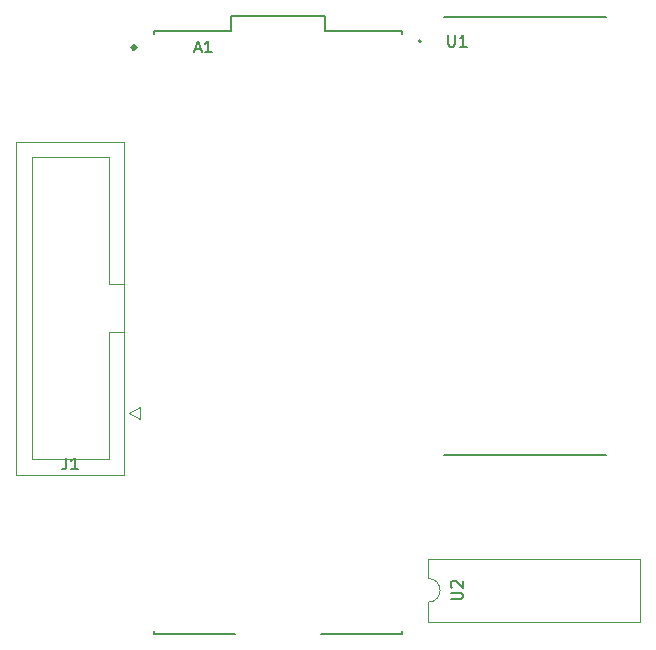
<source format=gto>
G04 #@! TF.GenerationSoftware,KiCad,Pcbnew,8.0.0*
G04 #@! TF.CreationDate,2024-03-20T17:58:27-05:00*
G04 #@! TF.ProjectId,SensorModuleBase,53656e73-6f72-44d6-9f64-756c65426173,rev?*
G04 #@! TF.SameCoordinates,Original*
G04 #@! TF.FileFunction,Legend,Top*
G04 #@! TF.FilePolarity,Positive*
%FSLAX46Y46*%
G04 Gerber Fmt 4.6, Leading zero omitted, Abs format (unit mm)*
G04 Created by KiCad (PCBNEW 8.0.0) date 2024-03-20 17:58:27*
%MOMM*%
%LPD*%
G01*
G04 APERTURE LIST*
%ADD10C,0.150000*%
%ADD11C,0.120000*%
%ADD12C,0.200000*%
%ADD13C,0.127000*%
%ADD14C,0.300000*%
G04 APERTURE END LIST*
D10*
X53439819Y-64461904D02*
X54249342Y-64461904D01*
X54249342Y-64461904D02*
X54344580Y-64414285D01*
X54344580Y-64414285D02*
X54392200Y-64366666D01*
X54392200Y-64366666D02*
X54439819Y-64271428D01*
X54439819Y-64271428D02*
X54439819Y-64080952D01*
X54439819Y-64080952D02*
X54392200Y-63985714D01*
X54392200Y-63985714D02*
X54344580Y-63938095D01*
X54344580Y-63938095D02*
X54249342Y-63890476D01*
X54249342Y-63890476D02*
X53439819Y-63890476D01*
X53535057Y-63461904D02*
X53487438Y-63414285D01*
X53487438Y-63414285D02*
X53439819Y-63319047D01*
X53439819Y-63319047D02*
X53439819Y-63080952D01*
X53439819Y-63080952D02*
X53487438Y-62985714D01*
X53487438Y-62985714D02*
X53535057Y-62938095D01*
X53535057Y-62938095D02*
X53630295Y-62890476D01*
X53630295Y-62890476D02*
X53725533Y-62890476D01*
X53725533Y-62890476D02*
X53868390Y-62938095D01*
X53868390Y-62938095D02*
X54439819Y-63509523D01*
X54439819Y-63509523D02*
X54439819Y-62890476D01*
X53223095Y-16654819D02*
X53223095Y-17464342D01*
X53223095Y-17464342D02*
X53270714Y-17559580D01*
X53270714Y-17559580D02*
X53318333Y-17607200D01*
X53318333Y-17607200D02*
X53413571Y-17654819D01*
X53413571Y-17654819D02*
X53604047Y-17654819D01*
X53604047Y-17654819D02*
X53699285Y-17607200D01*
X53699285Y-17607200D02*
X53746904Y-17559580D01*
X53746904Y-17559580D02*
X53794523Y-17464342D01*
X53794523Y-17464342D02*
X53794523Y-16654819D01*
X54794523Y-17654819D02*
X54223095Y-17654819D01*
X54508809Y-17654819D02*
X54508809Y-16654819D01*
X54508809Y-16654819D02*
X54413571Y-16797676D01*
X54413571Y-16797676D02*
X54318333Y-16892914D01*
X54318333Y-16892914D02*
X54223095Y-16940533D01*
X20881666Y-52454819D02*
X20881666Y-53169104D01*
X20881666Y-53169104D02*
X20834047Y-53311961D01*
X20834047Y-53311961D02*
X20738809Y-53407200D01*
X20738809Y-53407200D02*
X20595952Y-53454819D01*
X20595952Y-53454819D02*
X20500714Y-53454819D01*
X21881666Y-53454819D02*
X21310238Y-53454819D01*
X21595952Y-53454819D02*
X21595952Y-52454819D01*
X21595952Y-52454819D02*
X21500714Y-52597676D01*
X21500714Y-52597676D02*
X21405476Y-52692914D01*
X21405476Y-52692914D02*
X21310238Y-52740533D01*
X31770714Y-17869104D02*
X32246904Y-17869104D01*
X31675476Y-18154819D02*
X32008809Y-17154819D01*
X32008809Y-17154819D02*
X32342142Y-18154819D01*
X33199285Y-18154819D02*
X32627857Y-18154819D01*
X32913571Y-18154819D02*
X32913571Y-17154819D01*
X32913571Y-17154819D02*
X32818333Y-17297676D01*
X32818333Y-17297676D02*
X32723095Y-17392914D01*
X32723095Y-17392914D02*
X32627857Y-17440533D01*
D11*
G04 #@! TO.C,U2*
X51530000Y-66340000D02*
X69430000Y-66340000D01*
X69430000Y-66340000D02*
X69430000Y-61040000D01*
X51530000Y-64690000D02*
X51530000Y-66340000D01*
X51530000Y-61040000D02*
X51530000Y-62690000D01*
X69430000Y-61040000D02*
X51530000Y-61040000D01*
X51530000Y-62690000D02*
G75*
G02*
X51530000Y-64690000I0J-1000000D01*
G01*
D12*
G04 #@! TO.C,U1*
X50917500Y-17190000D02*
G75*
G02*
X50717500Y-17190000I-100000J0D01*
G01*
X50717500Y-17190000D02*
G75*
G02*
X50917500Y-17190000I100000J0D01*
G01*
D13*
X52848250Y-15190000D02*
X66564250Y-15190000D01*
X52848250Y-52210000D02*
X66564250Y-52210000D01*
D11*
G04 #@! TO.C,J1*
X27165000Y-49200000D02*
X27165000Y-48200000D01*
X27165000Y-48200000D02*
X26165000Y-48700000D01*
X26165000Y-48700000D02*
X27165000Y-49200000D01*
X25775000Y-53910000D02*
X16655000Y-53910000D01*
X25775000Y-41860000D02*
X24465000Y-41860000D01*
X25775000Y-25710000D02*
X25775000Y-53910000D01*
X24465000Y-52610000D02*
X17965000Y-52610000D01*
X24465000Y-41860000D02*
X24465000Y-52610000D01*
X24465000Y-37760000D02*
X25775000Y-37760000D01*
X24465000Y-37760000D02*
X24465000Y-37760000D01*
X24465000Y-27010000D02*
X24465000Y-37760000D01*
X17965000Y-52610000D02*
X17965000Y-27010000D01*
X17965000Y-27010000D02*
X24465000Y-27010000D01*
X16655000Y-53910000D02*
X16655000Y-25710000D01*
X16655000Y-25710000D02*
X25775000Y-25710000D01*
D13*
G04 #@! TO.C,A1*
X49290000Y-67370000D02*
X49290000Y-67120000D01*
X34790000Y-15070000D02*
X42790000Y-15070000D01*
X35130000Y-67370000D02*
X28290000Y-67370000D01*
X42790000Y-15070000D02*
X42790000Y-16370000D01*
X28290000Y-67370000D02*
X28290000Y-67120000D01*
X28290000Y-16370000D02*
X34790000Y-16370000D01*
X42790000Y-16370000D02*
X49290000Y-16370000D01*
X49290000Y-67370000D02*
X42450000Y-67370000D01*
X28290000Y-16620000D02*
X28290000Y-16370000D01*
X34790000Y-16370000D02*
X34790000Y-15070000D01*
X49290000Y-16370000D02*
X49290000Y-16620000D01*
D14*
X26750000Y-17740000D02*
G75*
G02*
X26450000Y-17740000I-150000J0D01*
G01*
X26450000Y-17740000D02*
G75*
G02*
X26750000Y-17740000I150000J0D01*
G01*
G04 #@! TD*
M02*

</source>
